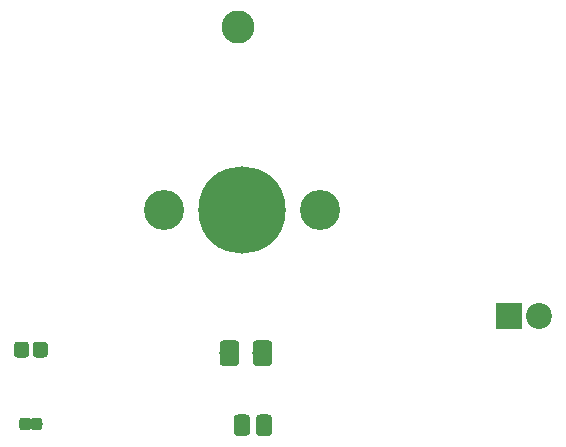
<source format=gbs>
G04 #@! TF.GenerationSoftware,KiCad,Pcbnew,5.1.2*
G04 #@! TF.CreationDate,2019-11-06T15:15:23-05:00*
G04 #@! TF.ProjectId,rochester_makerfaire,726f6368-6573-4746-9572-5f6d616b6572,rev?*
G04 #@! TF.SameCoordinates,Original*
G04 #@! TF.FileFunction,Soldermask,Bot*
G04 #@! TF.FilePolarity,Negative*
%FSLAX46Y46*%
G04 Gerber Fmt 4.6, Leading zero omitted, Abs format (unit mm)*
G04 Created by KiCad (PCBNEW 5.1.2) date 2019-11-06 15:15:23*
%MOMM*%
%LPD*%
G04 APERTURE LIST*
%ADD10C,7.400000*%
%ADD11C,3.400000*%
%ADD12C,2.800000*%
%ADD13C,2.200000*%
%ADD14R,2.200000X2.200000*%
%ADD15C,0.100000*%
%ADD16C,1.650000*%
%ADD17C,1.375000*%
%ADD18C,1.275000*%
%ADD19C,0.990000*%
G04 APERTURE END LIST*
D10*
X82400000Y-72000000D03*
D11*
X75800000Y-72000000D03*
X89000000Y-72000000D03*
D12*
X82000000Y-56500000D03*
D13*
X107540000Y-81000000D03*
D14*
X105000000Y-81000000D03*
D15*
G36*
X81827346Y-83026589D02*
G01*
X81859380Y-83031341D01*
X81890794Y-83039210D01*
X81921286Y-83050120D01*
X81950561Y-83063966D01*
X81978338Y-83080615D01*
X82004350Y-83099907D01*
X82028345Y-83121655D01*
X82050093Y-83145650D01*
X82069385Y-83171662D01*
X82086034Y-83199439D01*
X82099880Y-83228714D01*
X82110790Y-83259206D01*
X82118659Y-83290620D01*
X82123411Y-83322654D01*
X82125000Y-83355000D01*
X82125000Y-84845000D01*
X82123411Y-84877346D01*
X82118659Y-84909380D01*
X82110790Y-84940794D01*
X82099880Y-84971286D01*
X82086034Y-85000561D01*
X82069385Y-85028338D01*
X82050093Y-85054350D01*
X82028345Y-85078345D01*
X82004350Y-85100093D01*
X81978338Y-85119385D01*
X81950561Y-85136034D01*
X81921286Y-85149880D01*
X81890794Y-85160790D01*
X81859380Y-85168659D01*
X81827346Y-85173411D01*
X81795000Y-85175000D01*
X80805000Y-85175000D01*
X80772654Y-85173411D01*
X80740620Y-85168659D01*
X80709206Y-85160790D01*
X80678714Y-85149880D01*
X80649439Y-85136034D01*
X80621662Y-85119385D01*
X80595650Y-85100093D01*
X80571655Y-85078345D01*
X80549907Y-85054350D01*
X80530615Y-85028338D01*
X80513966Y-85000561D01*
X80500120Y-84971286D01*
X80489210Y-84940794D01*
X80481341Y-84909380D01*
X80476589Y-84877346D01*
X80475000Y-84845000D01*
X80475000Y-83355000D01*
X80476589Y-83322654D01*
X80481341Y-83290620D01*
X80489210Y-83259206D01*
X80500120Y-83228714D01*
X80513966Y-83199439D01*
X80530615Y-83171662D01*
X80549907Y-83145650D01*
X80571655Y-83121655D01*
X80595650Y-83099907D01*
X80621662Y-83080615D01*
X80649439Y-83063966D01*
X80678714Y-83050120D01*
X80709206Y-83039210D01*
X80740620Y-83031341D01*
X80772654Y-83026589D01*
X80805000Y-83025000D01*
X81795000Y-83025000D01*
X81827346Y-83026589D01*
X81827346Y-83026589D01*
G37*
D16*
X81300000Y-84100000D03*
D15*
G36*
X84627346Y-83026589D02*
G01*
X84659380Y-83031341D01*
X84690794Y-83039210D01*
X84721286Y-83050120D01*
X84750561Y-83063966D01*
X84778338Y-83080615D01*
X84804350Y-83099907D01*
X84828345Y-83121655D01*
X84850093Y-83145650D01*
X84869385Y-83171662D01*
X84886034Y-83199439D01*
X84899880Y-83228714D01*
X84910790Y-83259206D01*
X84918659Y-83290620D01*
X84923411Y-83322654D01*
X84925000Y-83355000D01*
X84925000Y-84845000D01*
X84923411Y-84877346D01*
X84918659Y-84909380D01*
X84910790Y-84940794D01*
X84899880Y-84971286D01*
X84886034Y-85000561D01*
X84869385Y-85028338D01*
X84850093Y-85054350D01*
X84828345Y-85078345D01*
X84804350Y-85100093D01*
X84778338Y-85119385D01*
X84750561Y-85136034D01*
X84721286Y-85149880D01*
X84690794Y-85160790D01*
X84659380Y-85168659D01*
X84627346Y-85173411D01*
X84595000Y-85175000D01*
X83605000Y-85175000D01*
X83572654Y-85173411D01*
X83540620Y-85168659D01*
X83509206Y-85160790D01*
X83478714Y-85149880D01*
X83449439Y-85136034D01*
X83421662Y-85119385D01*
X83395650Y-85100093D01*
X83371655Y-85078345D01*
X83349907Y-85054350D01*
X83330615Y-85028338D01*
X83313966Y-85000561D01*
X83300120Y-84971286D01*
X83289210Y-84940794D01*
X83281341Y-84909380D01*
X83276589Y-84877346D01*
X83275000Y-84845000D01*
X83275000Y-83355000D01*
X83276589Y-83322654D01*
X83281341Y-83290620D01*
X83289210Y-83259206D01*
X83300120Y-83228714D01*
X83313966Y-83199439D01*
X83330615Y-83171662D01*
X83349907Y-83145650D01*
X83371655Y-83121655D01*
X83395650Y-83099907D01*
X83421662Y-83080615D01*
X83449439Y-83063966D01*
X83478714Y-83050120D01*
X83509206Y-83039210D01*
X83540620Y-83031341D01*
X83572654Y-83026589D01*
X83605000Y-83025000D01*
X84595000Y-83025000D01*
X84627346Y-83026589D01*
X84627346Y-83026589D01*
G37*
D16*
X84100000Y-84100000D03*
D15*
G36*
X82739943Y-89301655D02*
G01*
X82773312Y-89306605D01*
X82806035Y-89314802D01*
X82837797Y-89326166D01*
X82868293Y-89340590D01*
X82897227Y-89357932D01*
X82924323Y-89378028D01*
X82949318Y-89400682D01*
X82971972Y-89425677D01*
X82992068Y-89452773D01*
X83009410Y-89481707D01*
X83023834Y-89512203D01*
X83035198Y-89543965D01*
X83043395Y-89576688D01*
X83048345Y-89610057D01*
X83050000Y-89643750D01*
X83050000Y-90756250D01*
X83048345Y-90789943D01*
X83043395Y-90823312D01*
X83035198Y-90856035D01*
X83023834Y-90887797D01*
X83009410Y-90918293D01*
X82992068Y-90947227D01*
X82971972Y-90974323D01*
X82949318Y-90999318D01*
X82924323Y-91021972D01*
X82897227Y-91042068D01*
X82868293Y-91059410D01*
X82837797Y-91073834D01*
X82806035Y-91085198D01*
X82773312Y-91093395D01*
X82739943Y-91098345D01*
X82706250Y-91100000D01*
X82018750Y-91100000D01*
X81985057Y-91098345D01*
X81951688Y-91093395D01*
X81918965Y-91085198D01*
X81887203Y-91073834D01*
X81856707Y-91059410D01*
X81827773Y-91042068D01*
X81800677Y-91021972D01*
X81775682Y-90999318D01*
X81753028Y-90974323D01*
X81732932Y-90947227D01*
X81715590Y-90918293D01*
X81701166Y-90887797D01*
X81689802Y-90856035D01*
X81681605Y-90823312D01*
X81676655Y-90789943D01*
X81675000Y-90756250D01*
X81675000Y-89643750D01*
X81676655Y-89610057D01*
X81681605Y-89576688D01*
X81689802Y-89543965D01*
X81701166Y-89512203D01*
X81715590Y-89481707D01*
X81732932Y-89452773D01*
X81753028Y-89425677D01*
X81775682Y-89400682D01*
X81800677Y-89378028D01*
X81827773Y-89357932D01*
X81856707Y-89340590D01*
X81887203Y-89326166D01*
X81918965Y-89314802D01*
X81951688Y-89306605D01*
X81985057Y-89301655D01*
X82018750Y-89300000D01*
X82706250Y-89300000D01*
X82739943Y-89301655D01*
X82739943Y-89301655D01*
G37*
D17*
X82362500Y-90200000D03*
D15*
G36*
X84614943Y-89301655D02*
G01*
X84648312Y-89306605D01*
X84681035Y-89314802D01*
X84712797Y-89326166D01*
X84743293Y-89340590D01*
X84772227Y-89357932D01*
X84799323Y-89378028D01*
X84824318Y-89400682D01*
X84846972Y-89425677D01*
X84867068Y-89452773D01*
X84884410Y-89481707D01*
X84898834Y-89512203D01*
X84910198Y-89543965D01*
X84918395Y-89576688D01*
X84923345Y-89610057D01*
X84925000Y-89643750D01*
X84925000Y-90756250D01*
X84923345Y-90789943D01*
X84918395Y-90823312D01*
X84910198Y-90856035D01*
X84898834Y-90887797D01*
X84884410Y-90918293D01*
X84867068Y-90947227D01*
X84846972Y-90974323D01*
X84824318Y-90999318D01*
X84799323Y-91021972D01*
X84772227Y-91042068D01*
X84743293Y-91059410D01*
X84712797Y-91073834D01*
X84681035Y-91085198D01*
X84648312Y-91093395D01*
X84614943Y-91098345D01*
X84581250Y-91100000D01*
X83893750Y-91100000D01*
X83860057Y-91098345D01*
X83826688Y-91093395D01*
X83793965Y-91085198D01*
X83762203Y-91073834D01*
X83731707Y-91059410D01*
X83702773Y-91042068D01*
X83675677Y-91021972D01*
X83650682Y-90999318D01*
X83628028Y-90974323D01*
X83607932Y-90947227D01*
X83590590Y-90918293D01*
X83576166Y-90887797D01*
X83564802Y-90856035D01*
X83556605Y-90823312D01*
X83551655Y-90789943D01*
X83550000Y-90756250D01*
X83550000Y-89643750D01*
X83551655Y-89610057D01*
X83556605Y-89576688D01*
X83564802Y-89543965D01*
X83576166Y-89512203D01*
X83590590Y-89481707D01*
X83607932Y-89452773D01*
X83628028Y-89425677D01*
X83650682Y-89400682D01*
X83675677Y-89378028D01*
X83702773Y-89357932D01*
X83731707Y-89340590D01*
X83762203Y-89326166D01*
X83793965Y-89314802D01*
X83826688Y-89306605D01*
X83860057Y-89301655D01*
X83893750Y-89300000D01*
X84581250Y-89300000D01*
X84614943Y-89301655D01*
X84614943Y-89301655D01*
G37*
D17*
X84237500Y-90200000D03*
D15*
G36*
X64062493Y-83126535D02*
G01*
X64093435Y-83131125D01*
X64123778Y-83138725D01*
X64153230Y-83149263D01*
X64181508Y-83162638D01*
X64208338Y-83178719D01*
X64233463Y-83197353D01*
X64256640Y-83218360D01*
X64277647Y-83241537D01*
X64296281Y-83266662D01*
X64312362Y-83293492D01*
X64325737Y-83321770D01*
X64336275Y-83351222D01*
X64343875Y-83381565D01*
X64348465Y-83412507D01*
X64350000Y-83443750D01*
X64350000Y-84156250D01*
X64348465Y-84187493D01*
X64343875Y-84218435D01*
X64336275Y-84248778D01*
X64325737Y-84278230D01*
X64312362Y-84306508D01*
X64296281Y-84333338D01*
X64277647Y-84358463D01*
X64256640Y-84381640D01*
X64233463Y-84402647D01*
X64208338Y-84421281D01*
X64181508Y-84437362D01*
X64153230Y-84450737D01*
X64123778Y-84461275D01*
X64093435Y-84468875D01*
X64062493Y-84473465D01*
X64031250Y-84475000D01*
X63393750Y-84475000D01*
X63362507Y-84473465D01*
X63331565Y-84468875D01*
X63301222Y-84461275D01*
X63271770Y-84450737D01*
X63243492Y-84437362D01*
X63216662Y-84421281D01*
X63191537Y-84402647D01*
X63168360Y-84381640D01*
X63147353Y-84358463D01*
X63128719Y-84333338D01*
X63112638Y-84306508D01*
X63099263Y-84278230D01*
X63088725Y-84248778D01*
X63081125Y-84218435D01*
X63076535Y-84187493D01*
X63075000Y-84156250D01*
X63075000Y-83443750D01*
X63076535Y-83412507D01*
X63081125Y-83381565D01*
X63088725Y-83351222D01*
X63099263Y-83321770D01*
X63112638Y-83293492D01*
X63128719Y-83266662D01*
X63147353Y-83241537D01*
X63168360Y-83218360D01*
X63191537Y-83197353D01*
X63216662Y-83178719D01*
X63243492Y-83162638D01*
X63271770Y-83149263D01*
X63301222Y-83138725D01*
X63331565Y-83131125D01*
X63362507Y-83126535D01*
X63393750Y-83125000D01*
X64031250Y-83125000D01*
X64062493Y-83126535D01*
X64062493Y-83126535D01*
G37*
D18*
X63712500Y-83800000D03*
D15*
G36*
X65637493Y-83126535D02*
G01*
X65668435Y-83131125D01*
X65698778Y-83138725D01*
X65728230Y-83149263D01*
X65756508Y-83162638D01*
X65783338Y-83178719D01*
X65808463Y-83197353D01*
X65831640Y-83218360D01*
X65852647Y-83241537D01*
X65871281Y-83266662D01*
X65887362Y-83293492D01*
X65900737Y-83321770D01*
X65911275Y-83351222D01*
X65918875Y-83381565D01*
X65923465Y-83412507D01*
X65925000Y-83443750D01*
X65925000Y-84156250D01*
X65923465Y-84187493D01*
X65918875Y-84218435D01*
X65911275Y-84248778D01*
X65900737Y-84278230D01*
X65887362Y-84306508D01*
X65871281Y-84333338D01*
X65852647Y-84358463D01*
X65831640Y-84381640D01*
X65808463Y-84402647D01*
X65783338Y-84421281D01*
X65756508Y-84437362D01*
X65728230Y-84450737D01*
X65698778Y-84461275D01*
X65668435Y-84468875D01*
X65637493Y-84473465D01*
X65606250Y-84475000D01*
X64968750Y-84475000D01*
X64937507Y-84473465D01*
X64906565Y-84468875D01*
X64876222Y-84461275D01*
X64846770Y-84450737D01*
X64818492Y-84437362D01*
X64791662Y-84421281D01*
X64766537Y-84402647D01*
X64743360Y-84381640D01*
X64722353Y-84358463D01*
X64703719Y-84333338D01*
X64687638Y-84306508D01*
X64674263Y-84278230D01*
X64663725Y-84248778D01*
X64656125Y-84218435D01*
X64651535Y-84187493D01*
X64650000Y-84156250D01*
X64650000Y-83443750D01*
X64651535Y-83412507D01*
X64656125Y-83381565D01*
X64663725Y-83351222D01*
X64674263Y-83321770D01*
X64687638Y-83293492D01*
X64703719Y-83266662D01*
X64722353Y-83241537D01*
X64743360Y-83218360D01*
X64766537Y-83197353D01*
X64791662Y-83178719D01*
X64818492Y-83162638D01*
X64846770Y-83149263D01*
X64876222Y-83138725D01*
X64906565Y-83131125D01*
X64937507Y-83126535D01*
X64968750Y-83125000D01*
X65606250Y-83125000D01*
X65637493Y-83126535D01*
X65637493Y-83126535D01*
G37*
D18*
X65287500Y-83800000D03*
D15*
G36*
X64286759Y-89581192D02*
G01*
X64310785Y-89584756D01*
X64334345Y-89590657D01*
X64357214Y-89598840D01*
X64379171Y-89609224D01*
X64400004Y-89621711D01*
X64419512Y-89636180D01*
X64437509Y-89652491D01*
X64453820Y-89670488D01*
X64468289Y-89689996D01*
X64480776Y-89710829D01*
X64491160Y-89732786D01*
X64499343Y-89755655D01*
X64505244Y-89779215D01*
X64508808Y-89803241D01*
X64510000Y-89827500D01*
X64510000Y-90372500D01*
X64508808Y-90396759D01*
X64505244Y-90420785D01*
X64499343Y-90444345D01*
X64491160Y-90467214D01*
X64480776Y-90489171D01*
X64468289Y-90510004D01*
X64453820Y-90529512D01*
X64437509Y-90547509D01*
X64419512Y-90563820D01*
X64400004Y-90578289D01*
X64379171Y-90590776D01*
X64357214Y-90601160D01*
X64334345Y-90609343D01*
X64310785Y-90615244D01*
X64286759Y-90618808D01*
X64262500Y-90620000D01*
X63767500Y-90620000D01*
X63743241Y-90618808D01*
X63719215Y-90615244D01*
X63695655Y-90609343D01*
X63672786Y-90601160D01*
X63650829Y-90590776D01*
X63629996Y-90578289D01*
X63610488Y-90563820D01*
X63592491Y-90547509D01*
X63576180Y-90529512D01*
X63561711Y-90510004D01*
X63549224Y-90489171D01*
X63538840Y-90467214D01*
X63530657Y-90444345D01*
X63524756Y-90420785D01*
X63521192Y-90396759D01*
X63520000Y-90372500D01*
X63520000Y-89827500D01*
X63521192Y-89803241D01*
X63524756Y-89779215D01*
X63530657Y-89755655D01*
X63538840Y-89732786D01*
X63549224Y-89710829D01*
X63561711Y-89689996D01*
X63576180Y-89670488D01*
X63592491Y-89652491D01*
X63610488Y-89636180D01*
X63629996Y-89621711D01*
X63650829Y-89609224D01*
X63672786Y-89598840D01*
X63695655Y-89590657D01*
X63719215Y-89584756D01*
X63743241Y-89581192D01*
X63767500Y-89580000D01*
X64262500Y-89580000D01*
X64286759Y-89581192D01*
X64286759Y-89581192D01*
G37*
D19*
X64015000Y-90100000D03*
D15*
G36*
X65256759Y-89581192D02*
G01*
X65280785Y-89584756D01*
X65304345Y-89590657D01*
X65327214Y-89598840D01*
X65349171Y-89609224D01*
X65370004Y-89621711D01*
X65389512Y-89636180D01*
X65407509Y-89652491D01*
X65423820Y-89670488D01*
X65438289Y-89689996D01*
X65450776Y-89710829D01*
X65461160Y-89732786D01*
X65469343Y-89755655D01*
X65475244Y-89779215D01*
X65478808Y-89803241D01*
X65480000Y-89827500D01*
X65480000Y-90372500D01*
X65478808Y-90396759D01*
X65475244Y-90420785D01*
X65469343Y-90444345D01*
X65461160Y-90467214D01*
X65450776Y-90489171D01*
X65438289Y-90510004D01*
X65423820Y-90529512D01*
X65407509Y-90547509D01*
X65389512Y-90563820D01*
X65370004Y-90578289D01*
X65349171Y-90590776D01*
X65327214Y-90601160D01*
X65304345Y-90609343D01*
X65280785Y-90615244D01*
X65256759Y-90618808D01*
X65232500Y-90620000D01*
X64737500Y-90620000D01*
X64713241Y-90618808D01*
X64689215Y-90615244D01*
X64665655Y-90609343D01*
X64642786Y-90601160D01*
X64620829Y-90590776D01*
X64599996Y-90578289D01*
X64580488Y-90563820D01*
X64562491Y-90547509D01*
X64546180Y-90529512D01*
X64531711Y-90510004D01*
X64519224Y-90489171D01*
X64508840Y-90467214D01*
X64500657Y-90444345D01*
X64494756Y-90420785D01*
X64491192Y-90396759D01*
X64490000Y-90372500D01*
X64490000Y-89827500D01*
X64491192Y-89803241D01*
X64494756Y-89779215D01*
X64500657Y-89755655D01*
X64508840Y-89732786D01*
X64519224Y-89710829D01*
X64531711Y-89689996D01*
X64546180Y-89670488D01*
X64562491Y-89652491D01*
X64580488Y-89636180D01*
X64599996Y-89621711D01*
X64620829Y-89609224D01*
X64642786Y-89598840D01*
X64665655Y-89590657D01*
X64689215Y-89584756D01*
X64713241Y-89581192D01*
X64737500Y-89580000D01*
X65232500Y-89580000D01*
X65256759Y-89581192D01*
X65256759Y-89581192D01*
G37*
D19*
X64985000Y-90100000D03*
M02*

</source>
